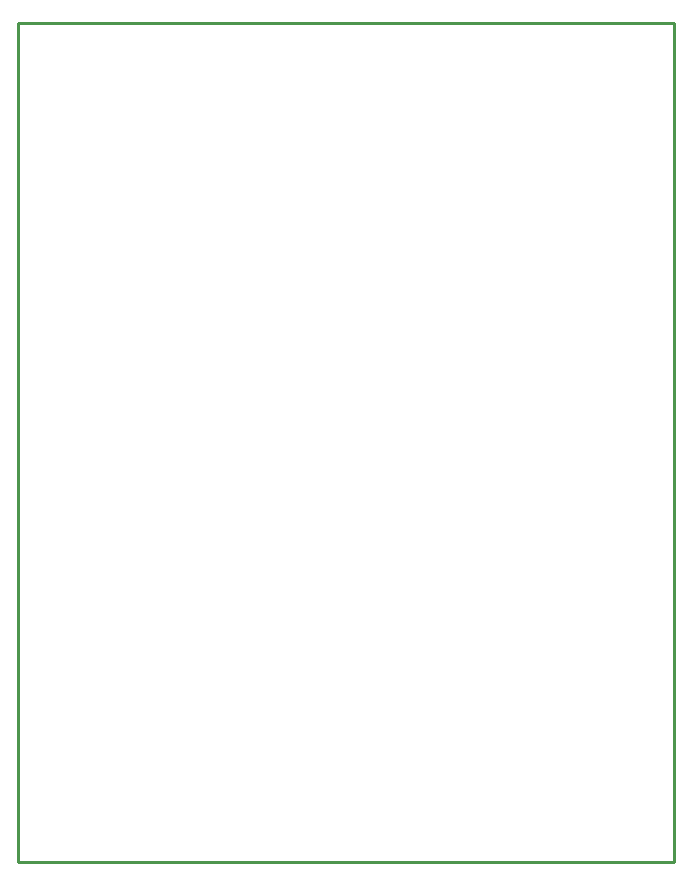
<source format=gbr>
G04 EAGLE Gerber RS-274X export*
G75*
%MOMM*%
%FSLAX34Y34*%
%LPD*%
%IN*%
%IPPOS*%
%AMOC8*
5,1,8,0,0,1.08239X$1,22.5*%
G01*
%ADD10C,0.254000*%


D10*
X-228600Y-279400D02*
X326900Y-279400D01*
X326900Y431700D01*
X-228600Y431700D01*
X-228600Y-279400D01*
M02*

</source>
